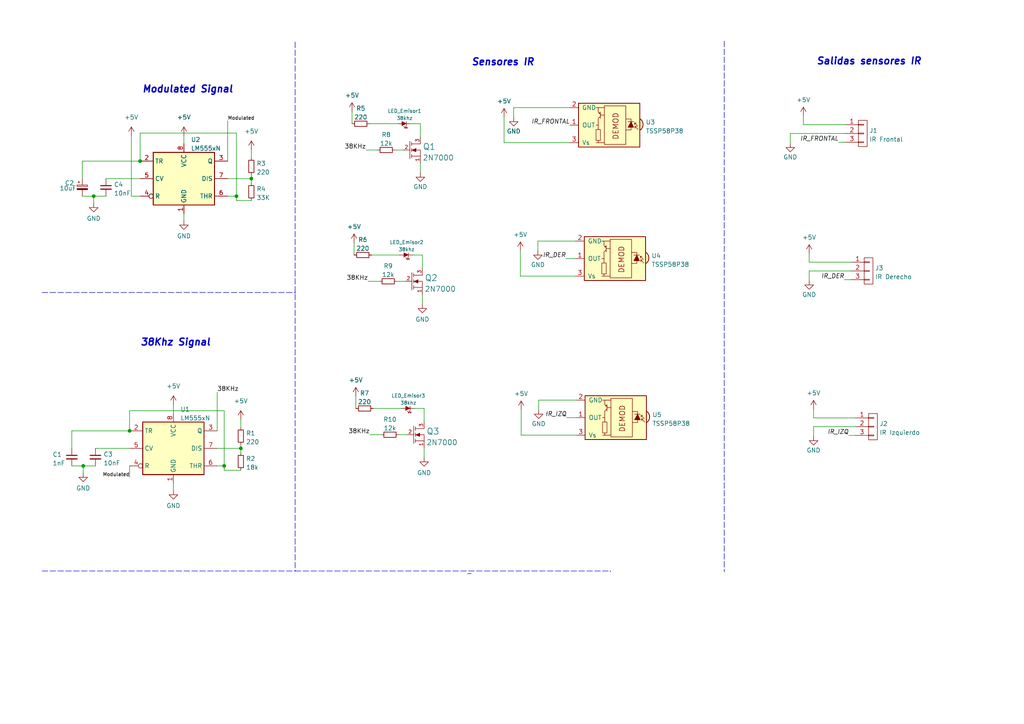
<source format=kicad_sch>
(kicad_sch (version 20211123) (generator eeschema)
  (paper "A4")
  (lib_symbols
    (symbol "Device:C_Polarized_Small" (pin_numbers hide) (pin_names (offset 0.254) hide)
      (property "Reference" "C" (at 0.254 1.778 0))
      (property "Value" "C_Polarized_Small" (at 0.254 -2.032 0))
      (symbol "C_Polarized_Small_0_1"
        (rectangle (start -1.524 -0.3048) (end 1.524 -0.6858) (fill (type outline)))
        (rectangle (start -1.524 0.6858) (end 1.524 0.3048))
        (polyline (pts (xy -1.27 1.524) (xy -0.762 1.524)))
        (polyline (pts (xy -1.016 1.27) (xy -1.016 1.778)))
      )
      (symbol "C_Polarized_Small_1_1"
        (pin passive line (at 0 2.54 270) (length 1.8542) (name "~") (number "1"))
        (pin passive line (at 0 -2.54 90) (length 1.8542) (name "~") (number "2"))
      )
    )
    (symbol "Device:C_Small" (pin_numbers hide) (pin_names (offset 0.254) hide)
      (property "Reference" "C" (at 0.254 1.778 0))
      (property "Value" "C_Small" (at 0.254 -2.032 0))
      (symbol "C_Small_0_1"
        (polyline (pts (xy -1.524 -0.508) (xy 1.524 -0.508)) (stroke (width 0.3302)))
        (polyline (pts (xy -1.524 0.508) (xy 1.524 0.508)) (stroke (width 0.3048)))
      )
      (symbol "C_Small_1_1"
        (pin passive line (at 0 2.54 270) (length 2.032) (name "~") (number "1"))
        (pin passive line (at 0 -2.54 90) (length 2.032) (name "~") (number "2"))
      )
    )
    (symbol "Device:R_Small" (pin_numbers hide) (pin_names (offset 0.254) hide)
      (property "Reference" "R" (at 0.762 0.508 0))
      (property "Value" "R_Small" (at 0.762 -1.016 0))
      (symbol "R_Small_0_1"
        (rectangle (start -0.762 1.778) (end 0.762 -1.778) (stroke (width 0.2032)))
      )
      (symbol "R_Small_1_1"
        (pin passive line (at 0 2.54 270) (length 0.762) (name "~") (number "1"))
        (pin passive line (at 0 -2.54 90) (length 0.762) (name "~") (number "2"))
      )
    )
    (symbol "EESTN5:2N7000" (pin_names (offset 0.762) hide)
      (property "Reference" "Q" (at -2.4638 6.35 0))
      (property "Value" "2N7000" (at 0 -6.35 0))
      (symbol "2N7000_0_1"
        (polyline (pts (xy -0.508 2.54) (xy -0.508 -2.54) (xy -0.508 -2.54)) (fill (type outline)))
        (polyline (pts (xy 0 -2.286) (xy 0 -1.27) (xy 0 -1.27)) (fill (type outline)))
        (polyline (pts (xy 0 -0.508) (xy 0 0.508) (xy 0 0.508)) (fill (type outline)))
        (polyline (pts (xy 0 1.27) (xy 0 2.286) (xy 0 2.286)) (fill (type outline)))
        (polyline (pts (xy 0 1.778) (xy 2.54 1.778) (xy 2.54 1.778)))
        (polyline (pts (xy 1.27 0.508) (xy 1.27 -0.508) (xy 0 0) (xy 0 0)) (fill (type outline)))
        (polyline (pts (xy 0 -1.778) (xy 2.54 -1.778) (xy 2.54 0) (xy 1.27 0) (xy 1.27 0)))
      )
      (symbol "2N7000_1_1"
        (pin passive line (at 2.54 -3.81 90) (length 2.032) (name "S") (number "1"))
        (pin input line (at -2.54 0 0) (length 2.032) (name "G") (number "2"))
        (pin passive line (at 2.54 3.81 270) (length 2.032) (name "D") (number "3"))
      )
    )
    (symbol "EESTN5:Conn_01X03" (pin_names (offset 1.016) hide)
      (property "Reference" "J" (at 0 5.08 0))
      (property "Value" "Conn_01X03" (at 0 -5.08 0))
      (symbol "Conn_01X03_0_1"
        (rectangle (start -1.27 -2.413) (end 0.254 -2.667))
        (rectangle (start -1.27 0.127) (end 0.254 -0.127))
        (rectangle (start -1.27 2.667) (end 0.254 2.413))
        (rectangle (start -1.27 3.81) (end 1.27 -3.81))
      )
      (symbol "Conn_01X03_1_1"
        (pin passive line (at -5.08 2.54 0) (length 3.81) (name "P1") (number "1"))
        (pin passive line (at -5.08 0 0) (length 3.81) (name "P2") (number "2"))
        (pin passive line (at -5.08 -2.54 0) (length 3.81) (name "P3") (number "3"))
      )
    )
    (symbol "EESTN5:LED" (pin_numbers hide) (pin_names (offset 1.016) hide)
      (property "Reference" "LED" (at 0 2.54 0))
      (property "Value" "LED" (at 0 -2.54 0))
      (symbol "LED_0_1"
        (polyline (pts (xy 0.508 -0.762) (xy 1.016 -1.27) (xy 1.016 -1.27)))
        (polyline (pts (xy 1.016 -0.762) (xy 1.524 -1.27) (xy 1.524 -1.27)))
        (polyline (pts (xy 1.27 -0.635) (xy 1.27 0.635) (xy 1.27 0.635)))
        (polyline (pts (xy 1.27 0) (xy 0 0.635) (xy 0 -0.635) (xy 0 -0.635)) (fill (type outline)))
        (polyline (pts (xy 1.524 -1.27) (xy 1.27 -1.27) (xy 1.524 -1.016) (xy 1.524 -1.27) (xy 1.524 -1.27)) (fill (type outline)))
        (polyline (pts (xy 1.016 -1.27) (xy 0.762 -1.27) (xy 1.016 -1.016) (xy 1.016 -1.27) (xy 1.016 -1.27) (xy 1.016 -1.27)) (fill (type outline)))
      )
      (symbol "LED_1_1"
        (pin passive line (at -1.27 0 0) (length 1.27) (name "A") (number "1"))
        (pin passive line (at 2.54 0 180) (length 1.27) (name "K") (number "2"))
      )
    )
    (symbol "Sensor_Proximity:TSSP58P38" (pin_names (offset 1.016))
      (property "Reference" "U" (at -10.16 7.62 0))
      (property "Value" "TSSP58P38" (at -10.16 -7.62 0))
      (symbol "TSSP58P38_0_0"
        (arc (start -10.287 1.397) (mid -11.0899 -0.1852) (end -10.287 -1.778) (stroke (width 0.254)) (fill (type background)))
        (polyline (pts (xy 1.905 -5.08) (xy 0.127 -5.08)))
        (polyline (pts (xy 1.905 5.08) (xy 0.127 5.08)))
        (text "DEMOD" (at -3.175 0.254 900) (effects (font (size 1.524 1.524))))
      )
      (symbol "TSSP58P38_0_1"
        (rectangle (start -6.096 5.588) (end 0.127 -5.588))
        (polyline (pts (xy -8.763 0.381) (xy -9.652 1.27)))
        (polyline (pts (xy -8.763 0.381) (xy -9.271 0.381)))
        (polyline (pts (xy -8.763 0.381) (xy -8.763 0.889)))
        (polyline (pts (xy -8.636 -0.635) (xy -9.525 0.254)))
        (polyline (pts (xy -8.636 -0.635) (xy -9.144 -0.635)))
        (polyline (pts (xy -8.636 -0.635) (xy -8.636 -0.127)))
        (polyline (pts (xy -8.382 -1.016) (xy -6.731 -1.016)))
        (polyline (pts (xy 1.27 -2.921) (xy 0.127 -2.921)))
        (polyline (pts (xy 1.27 -1.905) (xy 1.27 -3.81)))
        (polyline (pts (xy 1.397 -3.556) (xy 1.524 -3.556)))
        (polyline (pts (xy 1.651 -3.556) (xy 1.524 -3.556)))
        (polyline (pts (xy 1.651 -3.556) (xy 1.651 -3.302)))
        (polyline (pts (xy 1.905 0) (xy 1.905 1.27)))
        (polyline (pts (xy 1.905 4.445) (xy 1.905 5.08) (xy 2.54 5.08)))
        (polyline (pts (xy -8.382 0.635) (xy -6.731 0.635) (xy -7.62 -1.016) (xy -8.382 0.635)) (fill (type outline)))
        (polyline (pts (xy -6.096 1.397) (xy -7.62 1.397) (xy -7.62 -1.778) (xy -6.096 -1.778)))
        (polyline (pts (xy 1.27 -3.175) (xy 1.905 -3.81) (xy 1.905 -5.08) (xy 2.54 -5.08)))
        (polyline (pts (xy 1.27 -2.54) (xy 1.905 -1.905) (xy 1.905 0) (xy 2.54 0)))
        (rectangle (start 2.54 1.27) (end 1.27 4.445))
        (rectangle (start 7.62 6.35) (end -10.16 -6.35) (stroke (width 0.254)) (fill (type background)))
      )
      (symbol "TSSP58P38_1_1"
        (pin output line (at 10.16 0 180) (length 2.54) (name "OUT") (number "1"))
        (pin power_in line (at 10.16 -5.08 180) (length 2.54) (name "GND") (number "2"))
        (pin power_in line (at 10.16 5.08 180) (length 2.54) (name "Vs") (number "3"))
      )
    )
    (symbol "Timer:LM555xN"
      (property "Reference" "U" (at -10.16 8.89 0))
      (property "Value" "LM555xN" (at 2.54 8.89 0))
      (symbol "LM555xN_0_0"
        (pin power_in line (at 0 -10.16 90) (length 2.54) (name "GND") (number "1"))
        (pin power_in line (at 0 10.16 270) (length 2.54) (name "VCC") (number "8"))
      )
      (symbol "LM555xN_0_1"
        (rectangle (start -8.89 -7.62) (end 8.89 7.62) (stroke (width 0.254)) (fill (type background)))
        (rectangle (start -8.89 -7.62) (end 8.89 7.62) (stroke (width 0.254)) (fill (type background)))
      )
      (symbol "LM555xN_1_1"
        (pin input line (at -12.7 5.08 0) (length 3.81) (name "TR") (number "2"))
        (pin output line (at 12.7 5.08 180) (length 3.81) (name "Q") (number "3"))
        (pin input inverted (at -12.7 -5.08 0) (length 3.81) (name "R") (number "4"))
        (pin input line (at -12.7 0 0) (length 3.81) (name "CV") (number "5"))
        (pin input line (at 12.7 -5.08 180) (length 3.81) (name "THR") (number "6"))
        (pin input line (at 12.7 0 180) (length 3.81) (name "DIS") (number "7"))
      )
    )
    (symbol "power:+5V" (power) (pin_names (offset 0))
      (property "Value" "+5V" (at 0 3.556 0))
      (symbol "+5V_0_1"
        (polyline (pts (xy -0.762 1.27) (xy 0 2.54)))
        (polyline (pts (xy 0 0) (xy 0 2.54)))
        (polyline (pts (xy 0 2.54) (xy 0.762 1.27)))
      )
      (symbol "+5V_1_1"
        (pin power_in line (at 0 0 90) (length 0) hide (name "+5V") (number "1"))
      )
    )
    (symbol "power:GND" (power) (pin_names (offset 0))
      (property "Value" "GND" (at 0 -3.81 0))
      (symbol "GND_0_1"
        (polyline (pts (xy 0 0) (xy 0 -1.27) (xy 1.27 -1.27) (xy 0 -2.54) (xy -1.27 -1.27) (xy 0 -1.27)))
      )
      (symbol "GND_1_1"
        (pin power_in line (at 0 0 270) (length 0) hide (name "GND") (number "1"))
      )
    )
  )
  (junction (at 40.64 46.736))
  (junction (at 65.024 135.128))
  (junction (at 69.85 130.048))
  (junction (at 24.13 135.128))
  (junction (at 27.178 56.896))
  (junction (at 68.58 56.896))
  (junction (at 37.592 124.968))
  (junction (at 72.898 51.816))
  (polyline (pts (xy 85.598 165.608) (xy 177.038 165.608)))
  (wire (pts (xy 148.9964 31.2166) (xy 148.9964 34.0106)))
  (wire (pts (xy 20.828 124.968) (xy 37.592 124.968)))
  (wire (pts (xy 246.1768 126.2888) (xy 248.1072 126.2888)))
  (wire (pts (xy 106.172 43.5102) (xy 109.474 43.5102)))
  (wire (pts (xy 23.876 46.736) (xy 40.64 46.736)))
  (wire (pts (xy 167.1574 126.2126) (xy 151.1554 126.2126)))
  (wire (pts (xy 66.04 35.052) (xy 66.04 46.736)))
  (wire (pts (xy 68.58 38.608) (xy 40.64 38.608)))
  (wire (pts (xy 65.024 136.398) (xy 69.85 136.398)))
  (wire (pts (xy 66.04 51.816) (xy 72.898 51.816)))
  (wire (pts (xy 234.696 73.5076) (xy 234.696 76.0476)))
  (wire (pts (xy 235.966 123.7488) (xy 235.966 126.5428)))
  (wire (pts (xy 23.876 56.896) (xy 27.178 56.896)))
  (polyline (pts (xy 12.192 84.836) (xy 85.598 84.836)))
  (wire (pts (xy 246.8372 76.0476) (xy 234.696 76.0476)))
  (wire (pts (xy 20.828 135.128) (xy 24.13 135.128)))
  (wire (pts (xy 37.592 124.968) (xy 37.592 119.126)))
  (polyline (pts (xy 12.192 165.608) (xy 85.598 165.608)))
  (wire (pts (xy 156.0068 69.9262) (xy 156.0068 72.7202)))
  (wire (pts (xy 62.992 113.792) (xy 62.992 124.968)))
  (wire (pts (xy 122.5042 73.9648) (xy 122.5042 77.7748)))
  (wire (pts (xy 165.2524 41.3766) (xy 146.2024 41.3766)))
  (wire (pts (xy 120.2182 118.4656) (xy 123.0122 118.4656)))
  (polyline (pts (xy 177.038 165.608) (xy 177.038 165.862)))
  (wire (pts (xy 69.85 129.032) (xy 69.85 130.048)))
  (wire (pts (xy 243.2304 41.2496) (xy 245.1608 41.2496)))
  (polyline (pts (xy 158.3436 73.8378) (xy 158.3436 73.7108)))
  (wire (pts (xy 107.188 35.8902) (xy 115.316 35.8902)))
  (wire (pts (xy 40.64 38.608) (xy 40.64 46.736)))
  (wire (pts (xy 65.024 136.398) (xy 65.024 135.128)))
  (wire (pts (xy 234.696 78.5876) (xy 234.696 81.3816)))
  (wire (pts (xy 164.3634 121.1326) (xy 167.1574 121.1326)))
  (wire (pts (xy 50.292 117.348) (xy 50.292 119.888)))
  (wire (pts (xy 24.13 135.128) (xy 24.13 137.16)))
  (wire (pts (xy 119.7102 73.9648) (xy 122.5042 73.9648)))
  (wire (pts (xy 107.2642 126.0856) (xy 110.5662 126.0856)))
  (wire (pts (xy 121.92 35.8902) (xy 121.92 39.7002)))
  (wire (pts (xy 115.1382 81.5848) (xy 117.4242 81.5848)))
  (wire (pts (xy 65.024 119.126) (xy 65.024 135.128)))
  (wire (pts (xy 156.2354 116.0526) (xy 167.1574 116.0526)))
  (wire (pts (xy 68.58 56.896) (xy 68.58 58.166)))
  (wire (pts (xy 68.58 58.166) (xy 72.898 58.166)))
  (polyline (pts (xy 135.636 166.37) (xy 136.652 166.37)))
  (wire (pts (xy 148.9964 31.2166) (xy 165.2524 31.2166)))
  (wire (pts (xy 244.9068 81.1276) (xy 246.8372 81.1276)))
  (wire (pts (xy 62.992 130.048) (xy 69.85 130.048)))
  (wire (pts (xy 235.966 123.7488) (xy 248.1072 123.7488)))
  (wire (pts (xy 72.898 43.434) (xy 72.898 45.72)))
  (wire (pts (xy 248.1072 121.2088) (xy 235.966 121.2088)))
  (wire (pts (xy 65.024 135.128) (xy 62.992 135.128)))
  (wire (pts (xy 156.2354 116.0526) (xy 156.2354 118.8466)))
  (wire (pts (xy 156.0068 69.9262) (xy 166.9288 69.9262)))
  (wire (pts (xy 233.0196 33.6296) (xy 233.0196 36.1696)))
  (polyline (pts (xy 158.5722 119.9642) (xy 158.5722 119.8372)))
  (wire (pts (xy 30.734 51.816) (xy 40.64 51.816)))
  (wire (pts (xy 66.04 56.896) (xy 68.58 56.896)))
  (wire (pts (xy 123.0122 129.8956) (xy 123.0122 132.6896)))
  (wire (pts (xy 102.108 32.3342) (xy 102.108 35.8902)))
  (wire (pts (xy 235.966 118.6688) (xy 235.966 121.2088)))
  (wire (pts (xy 24.13 135.128) (xy 27.686 135.128)))
  (wire (pts (xy 50.292 140.208) (xy 50.292 142.24)))
  (wire (pts (xy 114.554 43.5102) (xy 116.84 43.5102)))
  (wire (pts (xy 27.178 56.896) (xy 27.178 58.928)))
  (wire (pts (xy 229.2096 38.7096) (xy 245.1608 38.7096)))
  (wire (pts (xy 146.2024 41.3766) (xy 146.2024 34.0106)))
  (wire (pts (xy 108.2802 118.4656) (xy 116.4082 118.4656)))
  (wire (pts (xy 27.178 56.896) (xy 30.734 56.896)))
  (polyline (pts (xy 210.058 11.938) (xy 210.058 165.862)))
  (wire (pts (xy 102.6922 70.4088) (xy 102.6922 73.9648)))
  (wire (pts (xy 72.898 51.816) (xy 72.898 53.086)))
  (wire (pts (xy 234.696 78.5876) (xy 246.8372 78.5876)))
  (wire (pts (xy 27.686 130.048) (xy 37.592 130.048)))
  (wire (pts (xy 72.898 50.8) (xy 72.898 51.816)))
  (wire (pts (xy 123.0122 118.4656) (xy 123.0122 122.2756)))
  (wire (pts (xy 121.92 47.3202) (xy 121.92 50.1142)))
  (wire (pts (xy 245.1608 36.1696) (xy 233.0196 36.1696)))
  (wire (pts (xy 38.1 56.896) (xy 40.64 56.896)))
  (polyline (pts (xy 85.598 12.192) (xy 85.598 165.608)))
  (wire (pts (xy 69.85 130.048) (xy 69.85 131.318)))
  (wire (pts (xy 68.58 56.896) (xy 68.58 38.608)))
  (wire (pts (xy 164.1348 75.0062) (xy 166.9288 75.0062)))
  (wire (pts (xy 106.7562 81.5848) (xy 110.0582 81.5848)))
  (wire (pts (xy 229.2096 38.7096) (xy 229.2096 41.5036)))
  (wire (pts (xy 23.876 51.816) (xy 23.876 46.736)))
  (wire (pts (xy 151.1554 126.2126) (xy 151.1554 118.8466)))
  (wire (pts (xy 37.592 138.43) (xy 37.592 135.128)))
  (wire (pts (xy 119.126 35.8902) (xy 121.92 35.8902)))
  (wire (pts (xy 69.85 121.666) (xy 69.85 123.952)))
  (wire (pts (xy 53.34 61.976) (xy 53.34 64.008)))
  (wire (pts (xy 53.34 39.37) (xy 53.34 41.656)))
  (wire (pts (xy 37.592 119.126) (xy 65.024 119.126)))
  (wire (pts (xy 38.1 39.37) (xy 38.1 56.896)))
  (wire (pts (xy 166.9288 80.0862) (xy 150.9268 80.0862)))
  (wire (pts (xy 150.9268 80.0862) (xy 150.9268 72.7202)))
  (wire (pts (xy 103.2002 114.9096) (xy 103.2002 118.4656)))
  (wire (pts (xy 122.5042 85.3948) (xy 122.5042 88.1888)))
  (polyline (pts (xy 85.598 84.836) (xy 85.598 85.09)))
  (wire (pts (xy 107.7722 73.9648) (xy 115.9002 73.9648)))
  (wire (pts (xy 20.828 130.048) (xy 20.828 124.968)))
  (wire (pts (xy 115.6462 126.0856) (xy 117.9322 126.0856)))
  (text "Sensores IR" (at 136.652 19.304 0) (effects (font (size 2 2) (thickness 0.4) bold italic) (justify left bottom)))
  (text "38Khz Signal \n" (at 40.64 100.584 0) (effects (font (size 2 2) (thickness 0.4) bold italic) (justify left bottom)))
  (text "Salidas sensores IR\n" (at 236.728 19.05 0) (effects (font (size 2 2) (thickness 0.4) bold italic) (justify left bottom)))
  (text "Modulated Signal " (at 41.148 27.178 0) (effects (font (size 2 2) (thickness 0.4) bold italic) (justify left bottom)))
  (label "IR_IZQ" (at 164.3634 121.1326 180) (effects (font italic)))
  (label "38KHz" (at 106.172 43.5102 180))
  (label "38KHz" (at 62.992 113.792 0))
  (label "38KHz" (at 106.7562 81.5848 180))
  (label "IR_FRONTAL" (at 243.2304 41.2496 180) (effects (font italic)))
  (label "IR_FRONTAL" (at 165.2524 36.2966 180) (effects (font italic)))
  (label "Modulated" (at 37.592 138.43 180) (effects (font (size 1 1))))
  (label "IR_IZQ" (at 246.1768 126.2888 180) (effects (font italic)))
  (label "38KHz" (at 107.2642 126.0856 180))
  (label "Modulated" (at 66.04 35.052 0) (effects (font (size 1 1))))
  (label "IR_DER" (at 164.1348 75.0062 180) (effects (font italic)))
  (label "IR_DER" (at 244.9068 81.1276 180) (effects (font italic)))
  (symbol (lib_id "power:GND") (at 156.2354 118.8466 0) (mirror y) (unit 1)
    (property "Reference" "#PWR0110" (effects hide))
    (property "Value" "GND" (at 156.2354 122.9106 0))
  )
  (symbol (lib_id "Sensor_Proximity:TSSP58P38") (at 175.4124 36.2966 180) (unit 1)
    (property "Reference" "U3" (at 187.2642 35.4619 0) (effects (justify right)))
    (property "Value" "TSSP58P38" (at 187.2642 37.9988 0) (effects (justify right)))
    (property "Footprint" "OptoDevice:Vishay_MINICAST-3Pin" (effects hide))
    (property "Datasheet" "http://www.vishay.com/docs/82462/tsop581.pdf" (effects hide))
  )
  (symbol (lib_id "Timer:LM555xN") (at 53.34 51.816 0) (unit 1)
    (property "Reference" "U2" (at 55.3594 40.4962 0) (effects (justify left)))
    (property "Value" "LM555xN" (at 55.3594 43.0331 0) (effects (justify left)))
    (property "Footprint" "Package_DIP:DIP-8_W7.62mm" (effects hide))
    (property "Datasheet" "http://www.ti.com/lit/ds/symlink/lm555.pdf" (effects hide))
  )
  (symbol (lib_id "EESTN5:LED") (at 116.586 35.8902 0) (unit 1)
    (property "Reference" "LED_Emisor1" (at 117.348 32.1938 0) (effects (font (size 1.016 1.016))))
    (property "Value" "38khz" (at 117.348 34.2742 0) (effects (font (size 1.016 1.016))))
    (property "Footprint" "EESTN5:led_5mm_clear" (effects hide))
  )
  (symbol (lib_id "power:+5V") (at 72.898 43.434 0) (unit 1)
    (property "Reference" "#PWR0109" (effects hide))
    (property "Value" "+5V" (at 72.898 38.0746 0))
  )
  (symbol (lib_id "power:+5V") (at 102.108 32.3342 0) (unit 1)
    (property "Reference" "#PWR0122" (effects hide))
    (property "Value" "+5V" (at 102.108 27.6606 0))
  )
  (symbol (lib_id "EESTN5:LED") (at 117.6782 118.4656 0) (unit 1)
    (property "Reference" "LED_Emisor3" (at 118.4402 114.7692 0) (effects (font (size 1.016 1.016))))
    (property "Value" "38khz" (at 118.4402 116.8496 0) (effects (font (size 1.016 1.016))))
    (property "Footprint" "EESTN5:led_5mm_clear" (effects hide))
  )
  (symbol (lib_id "power:+5V") (at 38.1 39.37 0) (unit 1)
    (property "Reference" "#PWR0105" (effects hide))
    (property "Value" "+5V" (at 38.1 34.0106 0))
  )
  (symbol (lib_id "power:GND") (at 234.696 81.3816 0) (unit 1)
    (property "Reference" "#PWR?" (effects hide))
    (property "Value" "GND" (at 234.696 85.4456 0))
  )
  (symbol (lib_id "power:GND") (at 24.13 137.16 0) (unit 1)
    (property "Reference" "#PWR0103" (effects hide))
    (property "Value" "GND" (at 24.13 141.6034 0))
  )
  (symbol (lib_id "Device:C_Polarized_Small") (at 23.876 54.356 0) (unit 1)
    (property "Reference" "C2" (at 18.796 53.086 0) (effects (justify left)))
    (property "Value" "10uF" (at 17.272 54.61 0) (effects (justify left)))
    (property "Footprint" "EESTN5:CAP_ELEC_SMD_4X5.5" (effects hide))
  )
  (symbol (lib_id "Device:R_Small") (at 113.1062 126.0856 90) (unit 1)
    (property "Reference" "R10" (at 113.1062 121.6492 90))
    (property "Value" "12k" (at 113.1062 124.1861 90))
    (property "Footprint" "EESTN5:R_1206" (effects hide))
  )
  (symbol (lib_id "EESTN5:Conn_01X03") (at 251.9172 78.5876 0) (unit 1)
    (property "Reference" "J3" (at 253.8222 77.7529 0) (effects (justify left)))
    (property "Value" "IR Derecho" (at 253.8222 80.2898 0) (effects (justify left)))
    (property "Footprint" "EESTN5:Pin_Strip_3" (effects hide))
  )
  (symbol (lib_id "power:+5V") (at 102.6922 70.4088 0) (unit 1)
    (property "Reference" "#PWR0115" (effects hide))
    (property "Value" "+5V" (at 102.6922 65.7352 0))
  )
  (symbol (lib_id "EESTN5:2N7000") (at 119.38 43.5102 0) (unit 1)
    (property "Reference" "Q1" (at 122.555 42.534 0) (effects (font (size 1.778 1.778)) (justify left)))
    (property "Value" "2N7000" (at 122.555 45.7557 0) (effects (font (size 1.524 1.524)) (justify left)))
    (property "Footprint" "EESTN5:SOT23" (effects hide))
    (property "Datasheet" "http://www.onsemi.com/pub_link/Collateral/2N7000-D.PDF" (effects hide))
  )
  (symbol (lib_id "power:+5V") (at 146.2024 34.0106 0) (unit 1)
    (property "Reference" "#PWR0123" (effects hide))
    (property "Value" "+5V" (at 146.2024 29.337 0))
  )
  (symbol (lib_id "Device:R_Small") (at 105.7402 118.4656 90) (unit 1)
    (property "Reference" "R7" (at 105.7402 114.0292 90))
    (property "Value" "220" (at 105.7402 116.5661 90))
    (property "Footprint" "EESTN5:R_1206" (effects hide))
  )
  (symbol (lib_id "power:+5V") (at 50.292 117.348 0) (unit 1)
    (property "Reference" "#PWR0102" (effects hide))
    (property "Value" "+5V" (at 50.292 111.9886 0))
  )
  (symbol (lib_id "power:+5V") (at 103.2002 114.9096 0) (unit 1)
    (property "Reference" "#PWR0118" (effects hide))
    (property "Value" "+5V" (at 103.2002 110.236 0))
  )
  (symbol (lib_id "EESTN5:Conn_01X03") (at 250.2408 38.7096 0) (unit 1)
    (property "Reference" "J1" (at 252.1458 37.8749 0) (effects (justify left)))
    (property "Value" "IR Frontal" (at 252.1458 40.4118 0) (effects (justify left)))
    (property "Footprint" "EESTN5:Pin_Strip_3" (effects hide))
  )
  (symbol (lib_id "power:GND") (at 229.2096 41.5036 0) (unit 1)
    (property "Reference" "#PWR?" (effects hide))
    (property "Value" "GND" (at 229.2096 45.5676 0))
  )
  (symbol (lib_id "power:+5V") (at 235.966 118.6688 0) (unit 1)
    (property "Reference" "#PWR?" (effects hide))
    (property "Value" "+5V" (at 235.966 113.9952 0))
  )
  (symbol (lib_id "Device:R_Small") (at 69.85 133.858 0) (unit 1)
    (property "Reference" "R2" (at 71.3486 133.0233 0) (effects (justify left)))
    (property "Value" "18k" (at 71.3486 135.5602 0) (effects (justify left)))
    (property "Footprint" "EESTN5:R_1206" (effects hide))
  )
  (symbol (lib_id "EESTN5:2N7000") (at 119.9642 81.5848 0) (unit 1)
    (property "Reference" "Q2" (at 123.1392 80.6086 0) (effects (font (size 1.778 1.778)) (justify left)))
    (property "Value" "2N7000" (at 123.1392 83.8303 0) (effects (font (size 1.524 1.524)) (justify left)))
    (property "Footprint" "EESTN5:SOT23" (effects hide))
    (property "Datasheet" "http://www.onsemi.com/pub_link/Collateral/2N7000-D.PDF" (effects hide))
  )
  (symbol (lib_id "Device:R_Small") (at 105.2322 73.9648 90) (unit 1)
    (property "Reference" "R6" (at 105.2322 69.5284 90))
    (property "Value" "220" (at 105.2322 72.0653 90))
    (property "Footprint" "EESTN5:R_1206" (effects hide))
  )
  (symbol (lib_id "power:GND") (at 50.292 142.24 0) (unit 1)
    (property "Reference" "#PWR0101" (effects hide))
    (property "Value" "GND" (at 50.292 146.6834 0))
  )
  (symbol (lib_id "power:+5V") (at 151.1554 118.8466 0) (unit 1)
    (property "Reference" "#PWR0119" (effects hide))
    (property "Value" "+5V" (at 151.1554 114.173 0))
  )
  (symbol (lib_id "Device:R_Small") (at 112.5982 81.5848 90) (unit 1)
    (property "Reference" "R9" (at 112.5982 77.1484 90))
    (property "Value" "12k" (at 112.5982 79.6853 90))
    (property "Footprint" "EESTN5:R_1206" (effects hide))
  )
  (symbol (lib_id "Device:R_Small") (at 104.648 35.8902 90) (unit 1)
    (property "Reference" "R5" (at 104.648 31.4538 90))
    (property "Value" "220" (at 104.648 33.9907 90))
    (property "Footprint" "EESTN5:R_1206" (effects hide))
  )
  (symbol (lib_id "Device:R_Small") (at 72.898 55.626 0) (unit 1)
    (property "Reference" "R4" (at 74.3966 54.7913 0) (effects (justify left)))
    (property "Value" "33K" (at 74.3966 57.3282 0) (effects (justify left)))
    (property "Footprint" "EESTN5:R_1206" (effects hide))
  )
  (symbol (lib_id "power:GND") (at 123.0122 132.6896 0) (unit 1)
    (property "Reference" "#PWR0120" (effects hide))
    (property "Value" "GND" (at 123.0122 137.133 0))
  )
  (symbol (lib_id "EESTN5:Conn_01X03") (at 253.1872 123.7488 0) (unit 1)
    (property "Reference" "J2" (at 255.0922 122.9141 0) (effects (justify left)))
    (property "Value" "IR Izquierdo" (at 255.0922 125.451 0) (effects (justify left)))
    (property "Footprint" "EESTN5:Pin_Strip_3" (effects hide))
  )
  (symbol (lib_id "Sensor_Proximity:TSSP58P38") (at 177.3174 121.1326 180) (unit 1)
    (property "Reference" "U5" (at 189.1692 120.2979 0) (effects (justify right)))
    (property "Value" "TSSP58P38" (at 189.1692 122.8348 0) (effects (justify right)))
    (property "Footprint" "OptoDevice:Vishay_MINICAST-3Pin" (effects hide))
    (property "Datasheet" "http://www.vishay.com/docs/82462/tsop581.pdf" (effects hide))
  )
  (symbol (lib_id "power:GND") (at 27.178 58.928 0) (unit 1)
    (property "Reference" "#PWR0106" (effects hide))
    (property "Value" "GND" (at 27.178 63.3714 0))
  )
  (symbol (lib_id "power:+5V") (at 234.696 73.5076 0) (unit 1)
    (property "Reference" "#PWR0125" (effects hide))
    (property "Value" "+5V" (at 234.696 68.834 0))
  )
  (symbol (lib_id "Timer:LM555xN") (at 50.292 130.048 0) (unit 1)
    (property "Reference" "U1" (at 52.3114 118.7282 0) (effects (justify left)))
    (property "Value" "LM555xN" (at 52.3114 121.2651 0) (effects (justify left)))
    (property "Footprint" "Package_DIP:DIP-8_W7.62mm" (effects hide))
    (property "Datasheet" "http://www.ti.com/lit/ds/symlink/lm555.pdf" (effects hide))
  )
  (symbol (lib_id "power:+5V") (at 150.9268 72.7202 0) (unit 1)
    (property "Reference" "#PWR0116" (effects hide))
    (property "Value" "+5V" (at 150.9268 68.0466 0))
  )
  (symbol (lib_id "Sensor_Proximity:TSSP58P38") (at 177.0888 75.0062 180) (unit 1)
    (property "Reference" "U4" (at 188.9406 74.1715 0) (effects (justify right)))
    (property "Value" "TSSP58P38" (at 188.9406 76.7084 0) (effects (justify right)))
    (property "Footprint" "OptoDevice:Vishay_MINICAST-3Pin" (effects hide))
    (property "Datasheet" "http://www.vishay.com/docs/82462/tsop581.pdf" (effects hide))
  )
  (symbol (lib_id "power:GND") (at 148.9964 34.0106 0) (mirror y) (unit 1)
    (property "Reference" "#PWR0124" (effects hide))
    (property "Value" "GND" (at 148.9964 38.0746 0))
  )
  (symbol (lib_id "Device:C_Small") (at 27.686 132.588 0) (unit 1)
    (property "Reference" "C3" (at 30.0101 131.7596 0) (effects (justify left)))
    (property "Value" "10nF" (at 30.0101 134.2965 0) (effects (justify left)))
    (property "Footprint" "EESTN5:C_1206" (effects hide))
  )
  (symbol (lib_id "power:GND") (at 122.5042 88.1888 0) (unit 1)
    (property "Reference" "#PWR0117" (effects hide))
    (property "Value" "GND" (at 122.5042 92.6322 0))
  )
  (symbol (lib_id "Device:C_Small") (at 30.734 54.356 0) (unit 1)
    (property "Reference" "C4" (at 33.0581 53.5276 0) (effects (justify left)))
    (property "Value" "10nF" (at 33.0581 56.0645 0) (effects (justify left)))
    (property "Footprint" "EESTN5:C_1206" (effects hide))
  )
  (symbol (lib_id "power:GND") (at 53.34 64.008 0) (unit 1)
    (property "Reference" "#PWR0107" (effects hide))
    (property "Value" "GND" (at 53.34 68.4514 0))
  )
  (symbol (lib_id "power:+5V") (at 69.85 121.666 0) (unit 1)
    (property "Reference" "#PWR0104" (effects hide))
    (property "Value" "+5V" (at 69.85 116.3066 0))
  )
  (symbol (lib_id "power:+5V") (at 233.0196 33.6296 0) (unit 1)
    (property "Reference" "#PWR?" (effects hide))
    (property "Value" "+5V" (at 233.0196 28.956 0))
  )
  (symbol (lib_id "Device:R_Small") (at 112.014 43.5102 90) (unit 1)
    (property "Reference" "R8" (at 112.014 39.0738 90))
    (property "Value" "12k" (at 112.014 41.6107 90))
    (property "Footprint" "EESTN5:R_1206" (effects hide))
  )
  (symbol (lib_id "power:+5V") (at 53.34 39.37 0) (unit 1)
    (property "Reference" "#PWR0108" (effects hide))
    (property "Value" "+5V" (at 53.34 34.0106 0))
  )
  (symbol (lib_id "Device:R_Small") (at 72.898 48.26 0) (unit 1)
    (property "Reference" "R3" (at 74.3966 47.4253 0) (effects (justify left)))
    (property "Value" "220" (at 74.3966 49.9622 0) (effects (justify left)))
    (property "Footprint" "EESTN5:R_1206" (effects hide))
  )
  (symbol (lib_id "power:GND") (at 156.0068 72.7202 0) (mirror y) (unit 1)
    (property "Reference" "#PWR0111" (effects hide))
    (property "Value" "GND" (at 156.0068 76.7842 0))
  )
  (symbol (lib_id "power:GND") (at 121.92 50.1142 0) (unit 1)
    (property "Reference" "#PWR0121" (effects hide))
    (property "Value" "GND" (at 121.92 54.1782 0))
  )
  (symbol (lib_id "Device:C_Small") (at 20.828 132.588 0) (unit 1)
    (property "Reference" "C1" (at 15.24 131.826 0) (effects (justify left)))
    (property "Value" "1nF" (at 15.24 134.3629 0) (effects (justify left)))
    (property "Footprint" "EESTN5:C_1206" (effects hide))
  )
  (symbol (lib_id "EESTN5:2N7000") (at 120.4722 126.0856 0) (unit 1)
    (property "Reference" "Q3" (at 123.6472 125.1094 0) (effects (font (size 1.778 1.778)) (justify left)))
    (property "Value" "2N7000" (at 123.6472 128.3311 0) (effects (font (size 1.524 1.524)) (justify left)))
    (property "Footprint" "EESTN5:SOT23" (effects hide))
    (property "Datasheet" "http://www.onsemi.com/pub_link/Collateral/2N7000-D.PDF" (effects hide))
  )
  (symbol (lib_id "EESTN5:LED") (at 117.1702 73.9648 0) (unit 1)
    (property "Reference" "LED_Emisor2" (at 117.9322 70.2684 0) (effects (font (size 1.016 1.016))))
    (property "Value" "38khz" (at 117.9322 72.3488 0) (effects (font (size 1.016 1.016))))
    (property "Footprint" "EESTN5:led_5mm_clear" (effects hide))
  )
  (symbol (lib_id "Device:R_Small") (at 69.85 126.492 0) (unit 1)
    (property "Reference" "R1" (at 71.3486 125.6573 0) (effects (justify left)))
    (property "Value" "220" (at 71.3486 128.1942 0) (effects (justify left)))
    (property "Footprint" "EESTN5:R_1206" (effects hide))
  )
  (symbol (lib_id "power:GND") (at 235.966 126.5428 0) (unit 1)
    (property "Reference" "#PWR?" (effects hide))
    (property "Value" "GND" (at 235.966 130.6068 0))
  )
)
</source>
